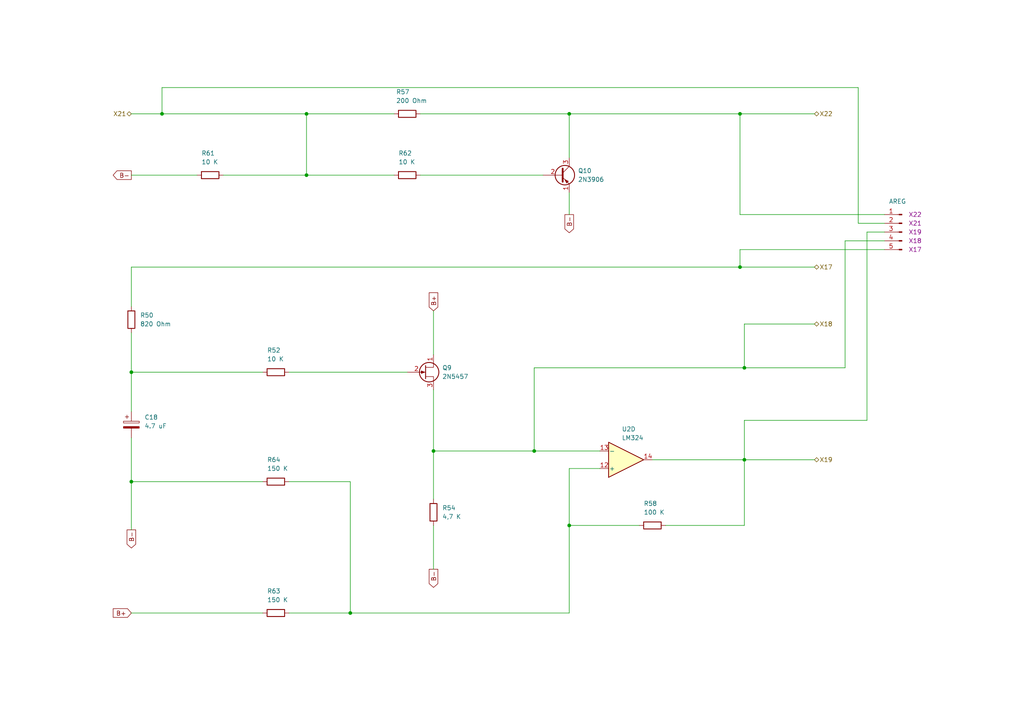
<source format=kicad_sch>
(kicad_sch (version 20231120) (generator "eeschema") (generator_version "8.0")
  (paper "A4")
  (title_block (title "Attack Release Envelope Generator") (date "2023-10-29") (rev "0.6.1") (company "Music From Outer Space LLC") (comment 1 "Licence: CC-BY-NC-SA") (comment 2 "Original Design by Ray Wilson") (comment 3 "http://musicfromouterspace.com/analogsynth_new/NOISETOASTER/NOISETOASTER.php") (comment 4 "Created: 2023-06-12"))
  (lib_symbols
    (symbol "Amplifier_Operational:LM324" (pin_names (offset 0.127))
      (property "Reference" "U" (at 0 5.08 0))
      (property "Value" "LM324" (at 0 -5.08 0))
      (symbol "LM324_1_1"
        (polyline (pts (xy -5.08 5.08) (xy 5.08 0) (xy -5.08 -5.08) (xy -5.08 5.08)) (stroke (width 0.254)) (fill (type background)))
        (pin output line (at 7.62 0 180) (length 2.54) (name "~") (number "1"))
        (pin input line (at -7.62 -2.54 0) (length 2.54) (name "-") (number "2"))
        (pin input line (at -7.62 2.54 0) (length 2.54) (name "+") (number "3"))
      )
      (symbol "LM324_2_1"
        (polyline (pts (xy -5.08 5.08) (xy 5.08 0) (xy -5.08 -5.08) (xy -5.08 5.08)) (stroke (width 0.254)) (fill (type background)))
        (pin input line (at -7.62 2.54 0) (length 2.54) (name "+") (number "5"))
        (pin input line (at -7.62 -2.54 0) (length 2.54) (name "-") (number "6"))
        (pin output line (at 7.62 0 180) (length 2.54) (name "~") (number "7"))
      )
      (symbol "LM324_3_1"
        (polyline (pts (xy -5.08 5.08) (xy 5.08 0) (xy -5.08 -5.08) (xy -5.08 5.08)) (stroke (width 0.254)) (fill (type background)))
        (pin input line (at -7.62 2.54 0) (length 2.54) (name "+") (number "10"))
        (pin output line (at 7.62 0 180) (length 2.54) (name "~") (number "8"))
        (pin input line (at -7.62 -2.54 0) (length 2.54) (name "-") (number "9"))
      )
      (symbol "LM324_4_1"
        (polyline (pts (xy -5.08 5.08) (xy 5.08 0) (xy -5.08 -5.08) (xy -5.08 5.08)) (stroke (width 0.254)) (fill (type background)))
        (pin input line (at -7.62 2.54 0) (length 2.54) (name "+") (number "12"))
        (pin input line (at -7.62 -2.54 0) (length 2.54) (name "-") (number "13"))
        (pin output line (at 7.62 0 180) (length 2.54) (name "~") (number "14"))
      )
      (symbol "LM324_5_1"
        (pin power_in line (at -2.54 -7.62 90) (length 3.81) (name "V-") (number "11"))
        (pin power_in line (at -2.54 7.62 270) (length 3.81) (name "V+") (number "4"))
      )
    )
    (symbol "Connector:Conn_01x05_Pin" (pin_names (offset 1.016) hide)
      (property "Reference" "J" (at 0 7.62 0))
      (property "Value" "Conn_01x05_Pin" (at 0 -7.62 0))
      (symbol "Conn_01x05_Pin_1_1"
        (polyline (pts (xy 1.27 -5.08) (xy 0.8636 -5.08)) (stroke (width 0.1524)))
        (polyline (pts (xy 1.27 -2.54) (xy 0.8636 -2.54)) (stroke (width 0.1524)))
        (polyline (pts (xy 1.27 0) (xy 0.8636 0)) (stroke (width 0.1524)))
        (polyline (pts (xy 1.27 2.54) (xy 0.8636 2.54)) (stroke (width 0.1524)))
        (polyline (pts (xy 1.27 5.08) (xy 0.8636 5.08)) (stroke (width 0.1524)))
        (rectangle (start 0.8636 -4.953) (end 0 -5.207) (stroke (width 0.1524)) (fill (type outline)))
        (rectangle (start 0.8636 -2.413) (end 0 -2.667) (stroke (width 0.1524)) (fill (type outline)))
        (rectangle (start 0.8636 0.127) (end 0 -0.127) (stroke (width 0.1524)) (fill (type outline)))
        (rectangle (start 0.8636 2.667) (end 0 2.413) (stroke (width 0.1524)) (fill (type outline)))
        (rectangle (start 0.8636 5.207) (end 0 4.953) (stroke (width 0.1524)) (fill (type outline)))
        (pin passive line (at 5.08 5.08 180) (length 3.81) (name "Pin_1") (number "1"))
        (pin passive line (at 5.08 2.54 180) (length 3.81) (name "Pin_2") (number "2"))
        (pin passive line (at 5.08 0 180) (length 3.81) (name "Pin_3") (number "3"))
        (pin passive line (at 5.08 -2.54 180) (length 3.81) (name "Pin_4") (number "4"))
        (pin passive line (at 5.08 -5.08 180) (length 3.81) (name "Pin_5") (number "5"))
      )
    )
    (symbol "Device:C_Polarized" (pin_numbers hide) (pin_names (offset 0.254))
      (property "Reference" "C" (at 0.635 2.54 0))
      (property "Value" "C_Polarized" (at 0.635 -2.54 0))
      (symbol "C_Polarized_0_1"
        (rectangle (start -2.286 0.508) (end 2.286 1.016))
        (polyline (pts (xy -1.778 2.286) (xy -0.762 2.286)))
        (polyline (pts (xy -1.27 2.794) (xy -1.27 1.778)))
        (rectangle (start 2.286 -0.508) (end -2.286 -1.016) (fill (type outline)))
      )
      (symbol "C_Polarized_1_1"
        (pin passive line (at 0 3.81 270) (length 2.794) (name "~") (number "1"))
        (pin passive line (at 0 -3.81 90) (length 2.794) (name "~") (number "2"))
      )
    )
    (symbol "Device:Q_NJFET_DGS" (pin_names (offset 0) hide)
      (property "Reference" "Q" (at 5.08 1.27 0))
      (property "Value" "Q_NJFET_DGS" (at 5.08 -1.27 0))
      (symbol "Q_NJFET_DGS_0_1"
        (polyline (pts (xy 0.254 1.905) (xy 0.254 -1.905) (xy 0.254 -1.905)) (stroke (width 0.254)))
        (polyline (pts (xy 2.54 -2.54) (xy 2.54 -1.27) (xy 0.254 -1.27)))
        (polyline (pts (xy 2.54 2.54) (xy 2.54 1.397) (xy 0.254 1.397)))
        (polyline (pts (xy 0 0) (xy -1.016 0.381) (xy -1.016 -0.381) (xy 0 0)) (fill (type outline)))
        (circle (center 1.27 0) (radius 2.8194) (stroke (width 0.254)))
      )
      (symbol "Q_NJFET_DGS_1_1"
        (pin passive line (at 2.54 5.08 270) (length 2.54) (name "D") (number "1"))
        (pin input line (at -5.08 0 0) (length 5.334) (name "G") (number "2"))
        (pin passive line (at 2.54 -5.08 90) (length 2.54) (name "S") (number "3"))
      )
    )
    (symbol "Device:R" (pin_numbers hide) (pin_names (offset 0))
      (property "Reference" "R" (at 2.032 0 90))
      (property "Value" "R" (at 0 0 90))
      (symbol "R_0_1"
        (rectangle (start -1.016 -2.54) (end 1.016 2.54) (stroke (width 0.254)))
      )
      (symbol "R_1_1"
        (pin passive line (at 0 3.81 270) (length 1.27) (name "~") (number "1"))
        (pin passive line (at 0 -3.81 90) (length 1.27) (name "~") (number "2"))
      )
    )
    (symbol "Transistor_BJT:2N3906" (pin_names (offset 0) hide)
      (property "Reference" "Q" (at 5.08 1.905 0))
      (property "Value" "2N3906" (at 5.08 0 0))
      (symbol "2N3906_0_1"
        (polyline (pts (xy 0.635 0.635) (xy 2.54 2.54)))
        (polyline (pts (xy 0.635 -0.635) (xy 2.54 -2.54) (xy 2.54 -2.54)))
        (polyline (pts (xy 0.635 1.905) (xy 0.635 -1.905) (xy 0.635 -1.905)) (stroke (width 0.508)))
        (polyline (pts (xy 2.286 -1.778) (xy 1.778 -2.286) (xy 1.27 -1.27) (xy 2.286 -1.778) (xy 2.286 -1.778)) (fill (type outline)))
        (circle (center 1.27 0) (radius 2.8194) (stroke (width 0.254)))
      )
      (symbol "2N3906_1_1"
        (pin passive line (at 2.54 -5.08 90) (length 2.54) (name "E") (number "1"))
        (pin input line (at -5.08 0 0) (length 5.715) (name "B") (number "2"))
        (pin passive line (at 2.54 5.08 270) (length 2.54) (name "C") (number "3"))
      )
    )
  )
  (junction (at 215.9 133.35))
  (junction (at 88.9 50.8))
  (junction (at 214.63 77.47))
  (junction (at 125.73 130.81))
  (junction (at 101.6 177.8))
  (junction (at 38.1 107.95))
  (junction (at 46.99 33.02))
  (junction (at 214.63 33.02))
  (junction (at 88.9 33.02))
  (junction (at 215.9 106.68))
  (junction (at 38.1 139.7))
  (junction (at 165.1 33.02))
  (junction (at 154.94 130.81))
  (junction (at 165.1 152.4))
  (wire (pts (xy 214.63 62.23) (xy 256.54 62.23)))
  (wire (pts (xy 101.6 139.7) (xy 83.82 139.7)))
  (wire (pts (xy 125.73 152.4) (xy 125.73 165.1)))
  (wire (pts (xy 215.9 121.92) (xy 251.46 121.92)))
  (wire (pts (xy 215.9 133.35) (xy 215.9 152.4)))
  (wire (pts (xy 38.1 77.47) (xy 38.1 88.9)))
  (wire (pts (xy 193.04 152.4) (xy 215.9 152.4)))
  (wire (pts (xy 38.1 107.95) (xy 76.2 107.95)))
  (wire (pts (xy 214.63 72.39) (xy 256.54 72.39)))
  (wire (pts (xy 83.82 177.8) (xy 101.6 177.8)))
  (wire (pts (xy 125.73 90.17) (xy 125.73 102.87)))
  (wire (pts (xy 245.11 106.68) (xy 215.9 106.68)))
  (wire (pts (xy 38.1 50.8) (xy 57.15 50.8)))
  (wire (pts (xy 38.1 107.95) (xy 38.1 119.38)))
  (wire (pts (xy 64.77 50.8) (xy 88.9 50.8)))
  (wire (pts (xy 165.1 177.8) (xy 101.6 177.8)))
  (wire (pts (xy 256.54 69.85) (xy 245.11 69.85)))
  (wire (pts (xy 256.54 64.77) (xy 248.92 64.77)))
  (wire (pts (xy 215.9 93.98) (xy 215.9 106.68)))
  (wire (pts (xy 236.22 93.98) (xy 215.9 93.98)))
  (wire (pts (xy 88.9 50.8) (xy 114.3 50.8)))
  (wire (pts (xy 189.23 133.35) (xy 215.9 133.35)))
  (wire (pts (xy 215.9 133.35) (xy 236.22 133.35)))
  (wire (pts (xy 214.63 72.39) (xy 214.63 77.47)))
  (wire (pts (xy 38.1 33.02) (xy 46.99 33.02)))
  (wire (pts (xy 215.9 121.92) (xy 215.9 133.35)))
  (wire (pts (xy 165.1 33.02) (xy 214.63 33.02)))
  (wire (pts (xy 38.1 139.7) (xy 76.2 139.7)))
  (wire (pts (xy 38.1 77.47) (xy 214.63 77.47)))
  (wire (pts (xy 165.1 152.4) (xy 185.42 152.4)))
  (wire (pts (xy 121.92 33.02) (xy 165.1 33.02)))
  (wire (pts (xy 165.1 135.89) (xy 173.99 135.89)))
  (wire (pts (xy 46.99 33.02) (xy 88.9 33.02)))
  (wire (pts (xy 251.46 67.31) (xy 256.54 67.31)))
  (wire (pts (xy 214.63 77.47) (xy 236.22 77.47)))
  (wire (pts (xy 154.94 106.68) (xy 215.9 106.68)))
  (wire (pts (xy 125.73 130.81) (xy 154.94 130.81)))
  (wire (pts (xy 251.46 67.31) (xy 251.46 121.92)))
  (wire (pts (xy 38.1 177.8) (xy 76.2 177.8)))
  (wire (pts (xy 214.63 33.02) (xy 236.22 33.02)))
  (wire (pts (xy 121.92 50.8) (xy 157.48 50.8)))
  (wire (pts (xy 165.1 33.02) (xy 165.1 45.72)))
  (wire (pts (xy 125.73 130.81) (xy 125.73 144.78)))
  (wire (pts (xy 248.92 25.4) (xy 248.92 64.77)))
  (wire (pts (xy 88.9 33.02) (xy 88.9 50.8)))
  (wire (pts (xy 165.1 152.4) (xy 165.1 177.8)))
  (wire (pts (xy 46.99 25.4) (xy 46.99 33.02)))
  (wire (pts (xy 101.6 177.8) (xy 101.6 139.7)))
  (wire (pts (xy 214.63 33.02) (xy 214.63 62.23)))
  (wire (pts (xy 165.1 55.88) (xy 165.1 62.23)))
  (wire (pts (xy 38.1 139.7) (xy 38.1 153.67)))
  (wire (pts (xy 245.11 69.85) (xy 245.11 106.68)))
  (wire (pts (xy 38.1 96.52) (xy 38.1 107.95)))
  (wire (pts (xy 248.92 25.4) (xy 46.99 25.4)))
  (wire (pts (xy 125.73 113.03) (xy 125.73 130.81)))
  (wire (pts (xy 83.82 107.95) (xy 118.11 107.95)))
  (wire (pts (xy 38.1 127) (xy 38.1 139.7)))
  (wire (pts (xy 154.94 130.81) (xy 173.99 130.81)))
  (wire (pts (xy 88.9 33.02) (xy 114.3 33.02)))
  (wire (pts (xy 154.94 106.68) (xy 154.94 130.81)))
  (wire (pts (xy 165.1 135.89) (xy 165.1 152.4)))
  (global_label "B-" (shape output) (at 38.1 50.8 180) (property "Intersheetrefs" "${INTERSHEET_REFS}" (effects (hide yes))))
  (global_label "B-" (shape output) (at 165.1 62.23 270) (property "Intersheetrefs" "${INTERSHEET_REFS}" (effects (hide yes))))
  (global_label "B-" (shape output) (at 125.73 165.1 270) (property "Intersheetrefs" "${INTERSHEET_REFS}" (effects (hide yes))))
  (global_label "B+" (shape input) (at 125.73 90.17 90) (property "Intersheetrefs" "${INTERSHEET_REFS}" (effects (hide yes))))
  (global_label "B-" (shape output) (at 38.1 153.67 270) (property "Intersheetrefs" "${INTERSHEET_REFS}" (effects (hide yes))))
  (global_label "B+" (shape input) (at 38.1 177.8 180) (property "Intersheetrefs" "${INTERSHEET_REFS}" (effects (hide yes))))
  (hierarchical_label "X22" (shape bidirectional) (at 236.22 33.02 0))
  (hierarchical_label "X17" (shape bidirectional) (at 236.22 77.47 0))
  (hierarchical_label "X18" (shape bidirectional) (at 236.22 93.98 0))
  (hierarchical_label "X19" (shape bidirectional) (at 236.22 133.35 0))
  (hierarchical_label "X21" (shape bidirectional) (at 38.1 33.02 180))
  (symbol (lib_id "Amplifier_Operational:LM324") (at 181.61 133.35 0) (mirror x) (unit 4)
    (property "Reference" "U2" (at 180.34 124.46 0) (effects (justify left)))
    (property "Value" "LM324" (at 180.34 127 0) (effects (justify left)))
    (property "Footprint" "Package_DIP:DIP-14_W7.62mm_Socket" (effects (hide yes)))
    (property "Datasheet" "http://www.ti.com/lit/ds/symlink/lm2902-n.pdf" (effects (hide yes)))
  )
  (symbol (lib_id "Device:C_Polarized") (at 38.1 123.19 0) (unit 1)
    (property "Reference" "C18" (at 41.91 121.031 0) (effects (justify left)))
    (property "Value" "4.7 uF" (at 41.91 123.571 0) (effects (justify left)))
    (property "Footprint" "Capacitor_THT:CP_Radial_D4.0mm_P1.50mm" (effects (hide yes)))
  )
  (symbol (lib_id "Device:Q_NJFET_DGS") (at 123.19 107.95 0) (unit 1)
    (property "Reference" "Q9" (at 128.27 106.68 0) (effects (justify left)))
    (property "Value" "2N5457" (at 128.27 109.22 0) (effects (justify left)))
    (property "Footprint" "Package_TO_SOT_THT:TO-92_Inline" (effects (hide yes)))
  )
  (symbol (lib_id "Device:R") (at 60.96 50.8 90) (unit 1)
    (property "Reference" "R61" (at 58.42 44.45 90) (effects (justify right)))
    (property "Value" "10 K" (at 58.42 46.99 90) (effects (justify right)))
    (property "Footprint" "Resistor_THT:R_Axial_DIN0207_L6.3mm_D2.5mm_P10.16mm_Horizontal" (effects (hide yes)))
  )
  (symbol (lib_id "Device:R") (at 38.1 92.71 180) (unit 1)
    (property "Reference" "R50" (at 40.64 91.44 0) (effects (justify right)))
    (property "Value" "820 Ohm" (at 40.64 93.98 0) (effects (justify right)))
    (property "Footprint" "Resistor_THT:R_Axial_DIN0207_L6.3mm_D2.5mm_P10.16mm_Horizontal" (effects (hide yes)))
  )
  (symbol (lib_id "Device:R") (at 80.01 139.7 90) (unit 1)
    (property "Reference" "R64" (at 77.47 133.35 90) (effects (justify right)))
    (property "Value" "150 K" (at 77.47 135.89 90) (effects (justify right)))
    (property "Footprint" "Resistor_THT:R_Axial_DIN0207_L6.3mm_D2.5mm_P10.16mm_Horizontal" (effects (hide yes)))
  )
  (symbol (lib_id "Transistor_BJT:2N3906") (at 162.56 50.8 0) (unit 1)
    (property "Reference" "Q10" (at 167.64 49.53 0) (effects (justify left)))
    (property "Value" "2N3906" (at 167.64 52.07 0) (effects (justify left)))
    (property "Footprint" "Package_TO_SOT_THT:TO-92_Inline" (effects (hide yes)))
    (property "Datasheet" "https://www.onsemi.com/pub/Collateral/2N3906-D.PDF" (effects (hide yes)))
  )
  (symbol (lib_id "Device:R") (at 125.73 148.59 180) (unit 1)
    (property "Reference" "R54" (at 128.27 147.32 0) (effects (justify right)))
    (property "Value" "4,7 K" (at 128.27 149.86 0) (effects (justify right)))
    (property "Footprint" "Resistor_THT:R_Axial_DIN0207_L6.3mm_D2.5mm_P10.16mm_Horizontal" (effects (hide yes)))
  )
  (symbol (lib_id "Connector:Conn_01x05_Pin") (at 261.62 67.31 0) (mirror y) (unit 1)
    (property "Reference" "J3" (effects (hide yes)))
    (property "Value" "AREG" (at 257.81 58.42 0) (effects (justify right)))
    (property "Footprint" "Connector_PinHeader_2.00mm:PinHeader_1x05_P2.00mm_Vertical" (effects (hide yes)))
    (property "X21" "X21" (at 265.43 64.77 0))
    (property "X22" "X22" (at 265.43 62.23 0))
    (property "X17" "X17" (at 265.43 72.39 0))
    (property "X18" "X18" (at 265.43 69.85 0))
    (property "X19" "X19" (at 265.43 67.31 0))
  )
  (symbol (lib_id "Device:R") (at 80.01 107.95 90) (unit 1)
    (property "Reference" "R52" (at 77.47 101.6 90) (effects (justify right)))
    (property "Value" "10 K" (at 77.47 104.14 90) (effects (justify right)))
    (property "Footprint" "Resistor_THT:R_Axial_DIN0207_L6.3mm_D2.5mm_P10.16mm_Horizontal" (effects (hide yes)))
  )
  (symbol (lib_id "Device:R") (at 118.11 50.8 90) (unit 1)
    (property "Reference" "R62" (at 115.57 44.45 90) (effects (justify right)))
    (property "Value" "10 K" (at 115.57 46.99 90) (effects (justify right)))
    (property "Footprint" "Resistor_THT:R_Axial_DIN0207_L6.3mm_D2.5mm_P10.16mm_Horizontal" (effects (hide yes)))
  )
  (symbol (lib_id "Device:R") (at 189.23 152.4 90) (unit 1)
    (property "Reference" "R58" (at 186.69 146.05 90) (effects (justify right)))
    (property "Value" "100 K" (at 186.69 148.59 90) (effects (justify right)))
    (property "Footprint" "Resistor_THT:R_Axial_DIN0207_L6.3mm_D2.5mm_P10.16mm_Horizontal" (effects (hide yes)))
  )
  (symbol (lib_id "Device:R") (at 118.11 33.02 90) (unit 1)
    (property "Reference" "R57" (at 116.84 26.67 90))
    (property "Value" "200 Ohm" (at 119.38 29.21 90))
    (property "Footprint" "Resistor_THT:R_Axial_DIN0207_L6.3mm_D2.5mm_P10.16mm_Horizontal" (effects (hide yes)))
  )
  (symbol (lib_id "Device:R") (at 80.01 177.8 90) (unit 1)
    (property "Reference" "R63" (at 77.47 171.45 90) (effects (justify right)))
    (property "Value" "150 K" (at 77.47 173.99 90) (effects (justify right)))
    (property "Footprint" "Resistor_THT:R_Axial_DIN0207_L6.3mm_D2.5mm_P10.16mm_Horizontal" (effects (hide yes)))
  )
)
</source>
